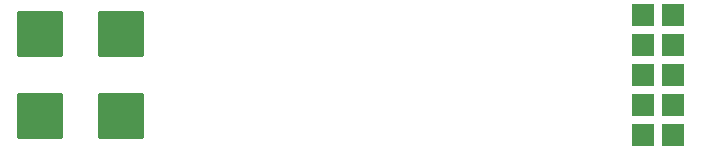
<source format=gbr>
%TF.GenerationSoftware,KiCad,Pcbnew,6.0.4-6f826c9f35~116~ubuntu20.04.1*%
%TF.CreationDate,2022-05-17T19:32:16+00:00*%
%TF.ProjectId,USTSIPM01A,55535453-4950-44d3-9031-412e6b696361,rev?*%
%TF.SameCoordinates,Original*%
%TF.FileFunction,Soldermask,Top*%
%TF.FilePolarity,Negative*%
%FSLAX46Y46*%
G04 Gerber Fmt 4.6, Leading zero omitted, Abs format (unit mm)*
G04 Created by KiCad (PCBNEW 6.0.4-6f826c9f35~116~ubuntu20.04.1) date 2022-05-17 19:32:16*
%MOMM*%
%LPD*%
G01*
G04 APERTURE LIST*
G04 Aperture macros list*
%AMRoundRect*
0 Rectangle with rounded corners*
0 $1 Rounding radius*
0 $2 $3 $4 $5 $6 $7 $8 $9 X,Y pos of 4 corners*
0 Add a 4 corners polygon primitive as box body*
4,1,4,$2,$3,$4,$5,$6,$7,$8,$9,$2,$3,0*
0 Add four circle primitives for the rounded corners*
1,1,$1+$1,$2,$3*
1,1,$1+$1,$4,$5*
1,1,$1+$1,$6,$7*
1,1,$1+$1,$8,$9*
0 Add four rect primitives between the rounded corners*
20,1,$1+$1,$2,$3,$4,$5,0*
20,1,$1+$1,$4,$5,$6,$7,0*
20,1,$1+$1,$6,$7,$8,$9,0*
20,1,$1+$1,$8,$9,$2,$3,0*%
%AMFreePoly0*
4,1,21,1.836777,1.930194,1.906366,1.874698,1.944986,1.794504,1.950000,1.750000,1.950000,-1.750000,1.930194,-1.836777,1.874698,-1.906366,1.794504,-1.944986,1.750000,-1.950000,-1.750000,-1.950000,-1.836777,-1.930194,-1.906366,-1.874698,-1.944986,-1.794504,-1.950000,-1.750000,-1.950000,1.750000,-1.930194,1.836777,-1.874698,1.906366,-1.794504,1.944986,-1.750000,1.950000,1.750000,1.950000,
1.836777,1.930194,1.836777,1.930194,$1*%
G04 Aperture macros list end*
%ADD10RoundRect,0.200000X-0.762000X-0.762000X0.762000X-0.762000X0.762000X0.762000X-0.762000X0.762000X0*%
%ADD11FreePoly0,0.000000*%
%ADD12FreePoly0,90.000000*%
%ADD13FreePoly0,180.000000*%
%ADD14FreePoly0,270.000000*%
G04 APERTURE END LIST*
D10*
%TO.C,J4*%
X55118000Y7500000D03*
X57658000Y7500000D03*
%TD*%
%TO.C,J6*%
X55118000Y12580000D03*
X57658000Y12580000D03*
%TD*%
%TO.C,J5*%
X55118000Y10040000D03*
X57658000Y10040000D03*
%TD*%
%TO.C,J8*%
X55118000Y4960000D03*
X57658000Y4960000D03*
%TD*%
D11*
%TO.C,U1*%
X4050000Y4050000D03*
D12*
X10950000Y4050000D03*
D13*
X10950000Y10950000D03*
D14*
X4050000Y10950000D03*
%TD*%
D10*
%TO.C,J9*%
X55118000Y2420000D03*
X57658000Y2420000D03*
%TD*%
M02*

</source>
